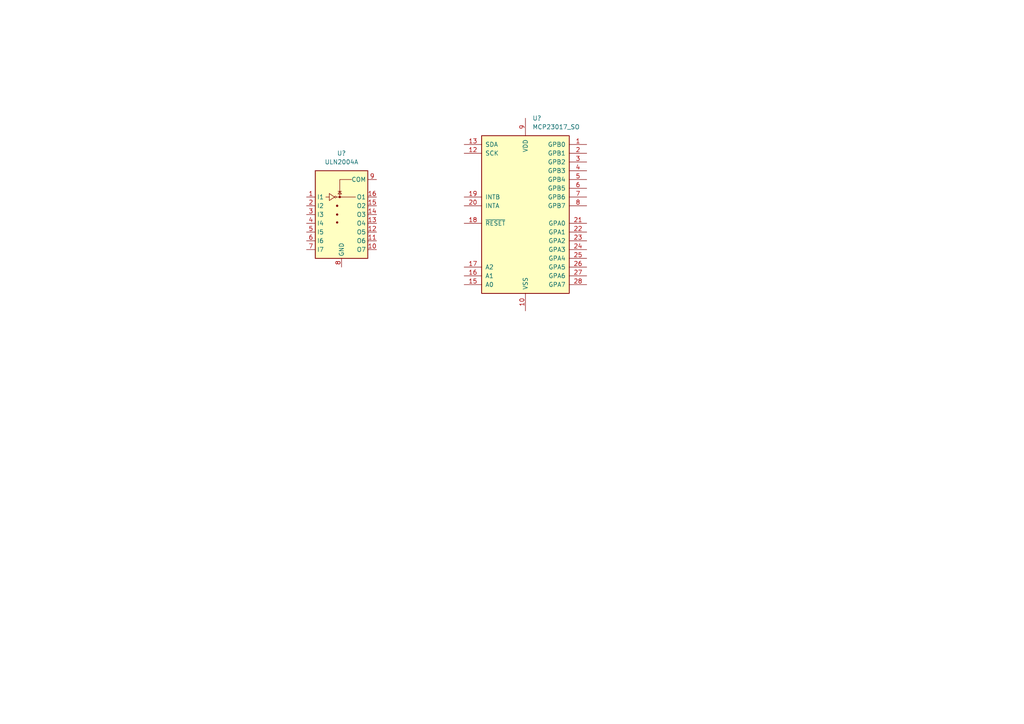
<source format=kicad_sch>
(kicad_sch (version 20211123) (generator eeschema)
  (paper "A4")
  (title_block (title "FabLock") (date "2022-09-19") (rev "v0.1") (company "RLKM UG (haftungsbeschränkt)"))
  (lib_symbols
    (symbol "Interface_Expansion:MCP23017_SO" (pin_names (offset 1.016))
      (property "Reference" "U" (at -11.43 24.13 0))
      (property "Value" "MCP23017_SO" (at 0 0 0))
      (symbol "MCP23017_SO_0_1"
        (rectangle (start -12.7 22.86) (end 12.7 -22.86) (stroke (width 0.254)) (fill (type background)))
      )
      (symbol "MCP23017_SO_1_1"
        (pin bidirectional line (at 17.78 20.32 180) (length 5.08) (name "GPB0") (number "1"))
        (pin power_in line (at 0 -27.94 90) (length 5.08) (name "VSS") (number "10"))
        (pin no_connect line (at -12.7 15.24 0) (length 5.08) hide (name "NC") (number "11"))
        (pin input line (at -17.78 17.78 0) (length 5.08) (name "SCK") (number "12"))
        (pin bidirectional line (at -17.78 20.32 0) (length 5.08) (name "SDA") (number "13"))
        (pin no_connect line (at -12.7 12.7 0) (length 5.08) hide (name "NC") (number "14"))
        (pin input line (at -17.78 -20.32 0) (length 5.08) (name "A0") (number "15"))
        (pin input line (at -17.78 -17.78 0) (length 5.08) (name "A1") (number "16"))
        (pin input line (at -17.78 -15.24 0) (length 5.08) (name "A2") (number "17"))
        (pin input line (at -17.78 -2.54 0) (length 5.08) (name "~{RESET}") (number "18"))
        (pin tri_state line (at -17.78 5.08 0) (length 5.08) (name "INTB") (number "19"))
        (pin bidirectional line (at 17.78 17.78 180) (length 5.08) (name "GPB1") (number "2"))
        (pin tri_state line (at -17.78 2.54 0) (length 5.08) (name "INTA") (number "20"))
        (pin bidirectional line (at 17.78 -2.54 180) (length 5.08) (name "GPA0") (number "21"))
        (pin bidirectional line (at 17.78 -5.08 180) (length 5.08) (name "GPA1") (number "22"))
        (pin bidirectional line (at 17.78 -7.62 180) (length 5.08) (name "GPA2") (number "23"))
        (pin bidirectional line (at 17.78 -10.16 180) (length 5.08) (name "GPA3") (number "24"))
        (pin bidirectional line (at 17.78 -12.7 180) (length 5.08) (name "GPA4") (number "25"))
        (pin bidirectional line (at 17.78 -15.24 180) (length 5.08) (name "GPA5") (number "26"))
        (pin bidirectional line (at 17.78 -17.78 180) (length 5.08) (name "GPA6") (number "27"))
        (pin bidirectional line (at 17.78 -20.32 180) (length 5.08) (name "GPA7") (number "28"))
        (pin bidirectional line (at 17.78 15.24 180) (length 5.08) (name "GPB2") (number "3"))
        (pin bidirectional line (at 17.78 12.7 180) (length 5.08) (name "GPB3") (number "4"))
        (pin bidirectional line (at 17.78 10.16 180) (length 5.08) (name "GPB4") (number "5"))
        (pin bidirectional line (at 17.78 7.62 180) (length 5.08) (name "GPB5") (number "6"))
        (pin bidirectional line (at 17.78 5.08 180) (length 5.08) (name "GPB6") (number "7"))
        (pin bidirectional line (at 17.78 2.54 180) (length 5.08) (name "GPB7") (number "8"))
        (pin power_in line (at 0 27.94 270) (length 5.08) (name "VDD") (number "9"))
      )
    )
    (symbol "Transistor_Array:ULN2004A"
      (property "Reference" "U" (at 0 15.875 0))
      (property "Value" "ULN2004A" (at 0 13.97 0))
      (symbol "ULN2004A_0_1"
        (rectangle (start -7.62 -12.7) (end 7.62 12.7) (stroke (width 0.254)) (fill (type background)))
        (circle (center -1.778 5.08) (radius 0.254))
        (circle (center -1.27 -2.286) (radius 0.254) (fill (type outline)))
        (circle (center -1.27 0) (radius 0.254) (fill (type outline)))
        (circle (center -1.27 2.54) (radius 0.254) (fill (type outline)))
        (circle (center -0.508 5.08) (radius 0.254) (fill (type outline)))
        (polyline (pts (xy -4.572 5.08) (xy -3.556 5.08)))
        (polyline (pts (xy -1.524 5.08) (xy 4.064 5.08)))
        (polyline (pts (xy 0 6.731) (xy -1.016 6.731)))
        (polyline (pts (xy -0.508 5.08) (xy -0.508 10.16) (xy 2.921 10.16)))
        (polyline (pts (xy -3.556 6.096) (xy -3.556 4.064) (xy -2.032 5.08) (xy -3.556 6.096)))
        (polyline (pts (xy 0 5.969) (xy -1.016 5.969) (xy -0.508 6.731) (xy 0 5.969)))
      )
      (symbol "ULN2004A_1_1"
        (pin input line (at -10.16 5.08 0) (length 2.54) (name "I1") (number "1"))
        (pin open_collector line (at 10.16 -10.16 180) (length 2.54) (name "O7") (number "10"))
        (pin open_collector line (at 10.16 -7.62 180) (length 2.54) (name "O6") (number "11"))
        (pin open_collector line (at 10.16 -5.08 180) (length 2.54) (name "O5") (number "12"))
        (pin open_collector line (at 10.16 -2.54 180) (length 2.54) (name "O4") (number "13"))
        (pin open_collector line (at 10.16 0 180) (length 2.54) (name "O3") (number "14"))
        (pin open_collector line (at 10.16 2.54 180) (length 2.54) (name "O2") (number "15"))
        (pin open_collector line (at 10.16 5.08 180) (length 2.54) (name "O1") (number "16"))
        (pin input line (at -10.16 2.54 0) (length 2.54) (name "I2") (number "2"))
        (pin input line (at -10.16 0 0) (length 2.54) (name "I3") (number "3"))
        (pin input line (at -10.16 -2.54 0) (length 2.54) (name "I4") (number "4"))
        (pin input line (at -10.16 -5.08 0) (length 2.54) (name "I5") (number "5"))
        (pin input line (at -10.16 -7.62 0) (length 2.54) (name "I6") (number "6"))
        (pin input line (at -10.16 -10.16 0) (length 2.54) (name "I7") (number "7"))
        (pin power_in line (at 0 -15.24 90) (length 2.54) (name "GND") (number "8"))
        (pin passive line (at 10.16 10.16 180) (length 2.54) (name "COM") (number "9"))
      )
    )
  )
  (symbol (lib_id "Transistor_Array:ULN2004A") (at 99.06 62.23 0) (unit 1)
    (property "Reference" "U?" (at 99.06 44.45 0))
    (property "Value" "ULN2004A" (at 99.06 46.99 0))
    (property "Footprint" "Package_SO:SOIC-16_3.9x9.9mm_P1.27mm" (effects hide))
    (property "Datasheet" "http://www.ti.com/lit/ds/symlink/uln2003a.pdf" (effects hide))
  )
  (symbol (lib_id "Interface_Expansion:MCP23017_SO") (at 152.4 62.23 0) (unit 1)
    (property "Reference" "U?" (at 154.4194 34.29 0) (effects (justify left)))
    (property "Value" "MCP23017_SO" (at 154.4194 36.83 0) (effects (justify left)))
    (property "Footprint" "Package_SO:SOIC-28W_7.5x17.9mm_P1.27mm" (effects hide))
    (property "Datasheet" "http://ww1.microchip.com/downloads/en/DeviceDoc/20001952C.pdf" (effects hide))
  )
)
</source>
